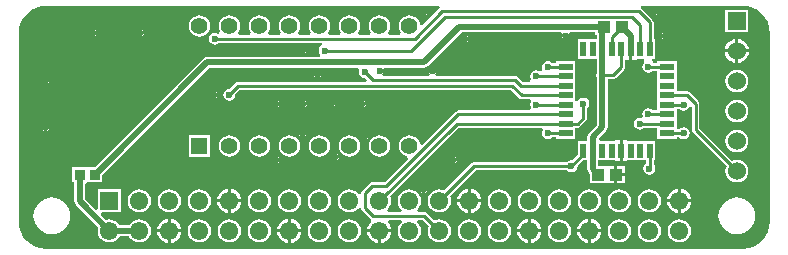
<source format=gtl>
G04 Layer_Physical_Order=1*
G04 Layer_Color=25308*
%FSLAX25Y25*%
%MOIN*%
G70*
G01*
G75*
%ADD10R,0.03347X0.03543*%
%ADD11R,0.04134X0.03937*%
%ADD12R,0.05000X0.02200*%
%ADD13R,0.02200X0.05000*%
%ADD14C,0.01000*%
%ADD15C,0.01969*%
%ADD16C,0.06000*%
%ADD17R,0.06000X0.06000*%
%ADD18R,0.05512X0.05512*%
%ADD19C,0.05512*%
%ADD20C,0.06102*%
%ADD21R,0.06102X0.06102*%
%ADD22C,0.02362*%
G36*
X403340Y260843D02*
X405038Y260328D01*
X406602Y259492D01*
X407973Y258367D01*
X409098Y256996D01*
X409935Y255431D01*
X410450Y253734D01*
X410616Y252044D01*
X410606Y251969D01*
Y188976D01*
X410616Y188901D01*
X410450Y187211D01*
X409935Y185514D01*
X409098Y183949D01*
X407973Y182578D01*
X406602Y181453D01*
X405038Y180616D01*
X403340Y180102D01*
X401650Y179935D01*
X401575Y179945D01*
X169291D01*
X169216Y179935D01*
X167526Y180102D01*
X165829Y180616D01*
X164264Y181453D01*
X162893Y182578D01*
X161768Y183949D01*
X160931Y185514D01*
X160416Y187211D01*
X160250Y188901D01*
X160260Y188976D01*
Y251969D01*
X160250Y252044D01*
X160416Y253734D01*
X160931Y255431D01*
X161768Y256996D01*
X162893Y258367D01*
X164264Y259492D01*
X165829Y260328D01*
X167526Y260843D01*
X169216Y261010D01*
X169291Y261000D01*
X300382D01*
X300621Y260212D01*
X300425Y260082D01*
X294777Y254434D01*
X293946Y254716D01*
X293885Y255177D01*
X293528Y256039D01*
X292960Y256779D01*
X292220Y257347D01*
X291358Y257704D01*
X290433Y257826D01*
X289508Y257704D01*
X288646Y257347D01*
X287906Y256779D01*
X287338Y256039D01*
X286981Y255177D01*
X286859Y254252D01*
X286981Y253327D01*
X287338Y252465D01*
X287621Y252096D01*
X287233Y251309D01*
X283633D01*
X283245Y252096D01*
X283528Y252465D01*
X283885Y253327D01*
X284007Y254252D01*
X283885Y255177D01*
X283528Y256039D01*
X282960Y256779D01*
X282220Y257347D01*
X281358Y257704D01*
X280433Y257826D01*
X279508Y257704D01*
X278646Y257347D01*
X277906Y256779D01*
X277338Y256039D01*
X276981Y255177D01*
X276859Y254252D01*
X276981Y253327D01*
X277338Y252465D01*
X277621Y252096D01*
X277233Y251309D01*
X273633D01*
X273245Y252096D01*
X273528Y252465D01*
X273885Y253327D01*
X274007Y254252D01*
X273885Y255177D01*
X273528Y256039D01*
X272960Y256779D01*
X272220Y257347D01*
X271358Y257704D01*
X270433Y257826D01*
X269508Y257704D01*
X268646Y257347D01*
X267906Y256779D01*
X267338Y256039D01*
X266981Y255177D01*
X266859Y254252D01*
X266981Y253327D01*
X267338Y252465D01*
X267621Y252096D01*
X267233Y251309D01*
X263633D01*
X263245Y252096D01*
X263528Y252465D01*
X263885Y253327D01*
X264007Y254252D01*
X263885Y255177D01*
X263528Y256039D01*
X262960Y256779D01*
X262220Y257347D01*
X261358Y257704D01*
X260433Y257826D01*
X259508Y257704D01*
X258646Y257347D01*
X257906Y256779D01*
X257338Y256039D01*
X256981Y255177D01*
X256859Y254252D01*
X256981Y253327D01*
X257338Y252465D01*
X257621Y252096D01*
X257233Y251309D01*
X253633D01*
X253245Y252096D01*
X253528Y252465D01*
X253885Y253327D01*
X254007Y254252D01*
X253885Y255177D01*
X253528Y256039D01*
X252960Y256779D01*
X252220Y257347D01*
X251358Y257704D01*
X250433Y257826D01*
X249508Y257704D01*
X248646Y257347D01*
X247906Y256779D01*
X247338Y256039D01*
X246981Y255177D01*
X246859Y254252D01*
X246981Y253327D01*
X247338Y252465D01*
X247621Y252096D01*
X247233Y251309D01*
X243633D01*
X243245Y252096D01*
X243528Y252465D01*
X243885Y253327D01*
X244007Y254252D01*
X243885Y255177D01*
X243528Y256039D01*
X242960Y256779D01*
X242220Y257347D01*
X241358Y257704D01*
X240433Y257826D01*
X239508Y257704D01*
X238646Y257347D01*
X237906Y256779D01*
X237338Y256039D01*
X236981Y255177D01*
X236859Y254252D01*
X236981Y253327D01*
X237338Y252465D01*
X237621Y252096D01*
X237233Y251309D01*
X233633D01*
X233245Y252096D01*
X233528Y252465D01*
X233885Y253327D01*
X234007Y254252D01*
X233885Y255177D01*
X233528Y256039D01*
X232960Y256779D01*
X232220Y257347D01*
X231358Y257704D01*
X230433Y257826D01*
X229508Y257704D01*
X228646Y257347D01*
X227906Y256779D01*
X227338Y256039D01*
X226981Y255177D01*
X226859Y254252D01*
X226981Y253327D01*
X227251Y252676D01*
X227041Y252039D01*
X226865Y251787D01*
X226558Y251721D01*
X226359Y251854D01*
X225590Y252007D01*
X224822Y251854D01*
X224171Y251419D01*
X223736Y250768D01*
X223584Y250000D01*
X223736Y249232D01*
X224171Y248581D01*
X224822Y248146D01*
X225590Y247993D01*
X226359Y248146D01*
X227010Y248581D01*
X227078Y248683D01*
X261206D01*
X261416Y247955D01*
X261405Y247896D01*
X260786Y247482D01*
X260350Y246831D01*
X260198Y246063D01*
X260350Y245295D01*
X260735Y244720D01*
X260647Y244365D01*
X260433Y243932D01*
X223031D01*
X222340Y243795D01*
X221754Y243403D01*
X185634Y207283D01*
X183760D01*
X183169Y207283D01*
X183071D01*
X182972D01*
X182382Y207283D01*
X178051D01*
Y202165D01*
X178705D01*
Y195866D01*
X178843Y195175D01*
X179235Y194589D01*
X186747Y187076D01*
X186693Y186947D01*
X186561Y185945D01*
X186693Y184943D01*
X187080Y184009D01*
X187695Y183207D01*
X188497Y182592D01*
X189431Y182205D01*
X190433Y182073D01*
X191435Y182205D01*
X192369Y182592D01*
X193171Y183207D01*
X193786Y184009D01*
X193840Y184139D01*
X197026D01*
X197080Y184009D01*
X197695Y183207D01*
X198497Y182592D01*
X199431Y182205D01*
X200433Y182073D01*
X201435Y182205D01*
X202369Y182592D01*
X203171Y183207D01*
X203786Y184009D01*
X204173Y184943D01*
X204305Y185945D01*
X204173Y186947D01*
X203786Y187881D01*
X203171Y188683D01*
X202369Y189298D01*
X201435Y189685D01*
X200433Y189817D01*
X199431Y189685D01*
X198497Y189298D01*
X197695Y188683D01*
X197080Y187881D01*
X197026Y187751D01*
X193840D01*
X193786Y187881D01*
X193171Y188683D01*
X192369Y189298D01*
X191435Y189685D01*
X190433Y189817D01*
X189431Y189685D01*
X189302Y189631D01*
X187554Y191379D01*
X187855Y192106D01*
X194272D01*
Y199784D01*
X186594D01*
Y193367D01*
X185867Y193066D01*
X182318Y196614D01*
Y201404D01*
X182959Y202150D01*
X183106Y202165D01*
X183169D01*
X183760Y202165D01*
X188091D01*
Y204630D01*
X223780Y240320D01*
X273239D01*
X273583Y239854D01*
X273714Y239532D01*
X273584Y238878D01*
X273736Y238110D01*
X274171Y237459D01*
X274822Y237024D01*
X275590Y236871D01*
X275716Y236896D01*
X276320Y236292D01*
X276019Y235565D01*
X233386D01*
X232884Y235465D01*
X232458Y235180D01*
X230559Y233281D01*
X230433Y233306D01*
X229665Y233154D01*
X229014Y232718D01*
X228579Y232067D01*
X228426Y231299D01*
X228579Y230531D01*
X229014Y229880D01*
X229665Y229445D01*
X230433Y229292D01*
X231201Y229445D01*
X231852Y229880D01*
X232287Y230531D01*
X232440Y231299D01*
X232415Y231425D01*
X233929Y232939D01*
X324259D01*
X326948Y230251D01*
X327374Y229966D01*
X327876Y229866D01*
X330611D01*
X331028Y229079D01*
X330823Y228772D01*
X330670Y228004D01*
X330823Y227236D01*
X331045Y226904D01*
X330649Y226117D01*
X306764D01*
X306262Y226017D01*
X305836Y225732D01*
X294749Y214645D01*
X293918Y214928D01*
X293885Y215177D01*
X293528Y216039D01*
X292960Y216779D01*
X292220Y217347D01*
X291358Y217704D01*
X290433Y217826D01*
X289508Y217704D01*
X288646Y217347D01*
X287906Y216779D01*
X287338Y216039D01*
X286981Y215177D01*
X286859Y214252D01*
X286981Y213327D01*
X287338Y212465D01*
X287906Y211725D01*
X288646Y211157D01*
X289508Y210800D01*
X289758Y210767D01*
X290040Y209936D01*
X282204Y202100D01*
X277953D01*
X277450Y202000D01*
X277025Y201716D01*
X274662Y199353D01*
X274378Y198927D01*
X274295Y198511D01*
X274055Y198380D01*
X273491Y198266D01*
X273171Y198683D01*
X272369Y199298D01*
X271435Y199685D01*
X270433Y199817D01*
X269431Y199685D01*
X268497Y199298D01*
X267695Y198683D01*
X267080Y197881D01*
X266693Y196947D01*
X266561Y195945D01*
X266693Y194943D01*
X267080Y194009D01*
X267695Y193207D01*
X268497Y192592D01*
X269431Y192205D01*
X270433Y192073D01*
X271435Y192205D01*
X272369Y192592D01*
X273171Y193207D01*
X273511Y193651D01*
X273598Y193657D01*
X274332Y193427D01*
X274378Y193199D01*
X274662Y192773D01*
X277418Y190017D01*
X277618Y189883D01*
X277741Y189161D01*
X277704Y188957D01*
X277544Y188834D01*
X276894Y187988D01*
X276486Y187002D01*
X276413Y186445D01*
X284453D01*
X284380Y187002D01*
X283972Y187988D01*
X283322Y188834D01*
X283309Y188845D01*
X283576Y189632D01*
X287640D01*
X287907Y188845D01*
X287695Y188683D01*
X287080Y187881D01*
X286693Y186947D01*
X286561Y185945D01*
X286693Y184943D01*
X287080Y184009D01*
X287695Y183207D01*
X288497Y182592D01*
X289431Y182205D01*
X290433Y182073D01*
X291435Y182205D01*
X292369Y182592D01*
X293171Y183207D01*
X293786Y184009D01*
X294173Y184943D01*
X294305Y185945D01*
X294173Y186947D01*
X293786Y187881D01*
X293171Y188683D01*
X292959Y188845D01*
X293227Y189632D01*
X294889D01*
X296952Y187570D01*
X296693Y186947D01*
X296561Y185945D01*
X296693Y184943D01*
X297080Y184009D01*
X297695Y183207D01*
X298497Y182592D01*
X299431Y182205D01*
X300433Y182073D01*
X301435Y182205D01*
X302369Y182592D01*
X303171Y183207D01*
X303786Y184009D01*
X304173Y184943D01*
X304305Y185945D01*
X304173Y186947D01*
X303786Y187881D01*
X303171Y188683D01*
X302369Y189298D01*
X301435Y189685D01*
X300433Y189817D01*
X299431Y189685D01*
X298808Y189427D01*
X296361Y191873D01*
X295935Y192158D01*
X295433Y192257D01*
X293227D01*
X292959Y193045D01*
X293171Y193207D01*
X293786Y194009D01*
X294173Y194943D01*
X294305Y195945D01*
X294173Y196947D01*
X293786Y197881D01*
X293171Y198683D01*
X292369Y199298D01*
X291435Y199685D01*
X290433Y199817D01*
X289431Y199685D01*
X288497Y199298D01*
X287695Y198683D01*
X287080Y197881D01*
X286693Y196947D01*
X286561Y195945D01*
X286693Y194943D01*
X287080Y194009D01*
X287695Y193207D01*
X287907Y193045D01*
X287640Y192257D01*
X283227D01*
X282959Y193045D01*
X283171Y193207D01*
X283786Y194009D01*
X284173Y194943D01*
X284305Y195945D01*
X284173Y196947D01*
X283915Y197570D01*
X306736Y220391D01*
X334586D01*
X334982Y219604D01*
X334760Y219272D01*
X334607Y218504D01*
X334760Y217736D01*
X335195Y217085D01*
X335846Y216650D01*
X336614Y216497D01*
X337382Y216650D01*
X338033Y217085D01*
X338105Y217191D01*
X339232D01*
Y216617D01*
X345807D01*
Y219816D01*
Y220391D01*
X346507D01*
X347009Y220491D01*
X347435Y220776D01*
X349353Y222694D01*
X349638Y223120D01*
X349738Y223622D01*
Y226856D01*
X349844Y226927D01*
X350279Y227578D01*
X350432Y228346D01*
X350279Y229115D01*
X349844Y229766D01*
X349193Y230201D01*
X348425Y230353D01*
X347657Y230201D01*
X347006Y229766D01*
X346595Y229150D01*
X346536Y229139D01*
X346518Y229142D01*
X345807Y229397D01*
Y232441D01*
Y235591D01*
Y238740D01*
Y242515D01*
X339232D01*
Y241940D01*
X338105D01*
X338033Y242047D01*
X337382Y242482D01*
X336614Y242635D01*
X335846Y242482D01*
X335195Y242047D01*
X334760Y241396D01*
X334607Y240628D01*
X334746Y239929D01*
X334671Y239725D01*
X334288Y239149D01*
X333824Y239079D01*
X333445Y239332D01*
X332677Y239485D01*
X331909Y239332D01*
X331258Y238897D01*
X330823Y238246D01*
X330670Y237478D01*
X330823Y236710D01*
X331011Y236428D01*
X330590Y235641D01*
X328099D01*
X326560Y237180D01*
X326134Y237465D01*
X325632Y237565D01*
X299364D01*
X299135Y238174D01*
X299100Y238352D01*
X299315Y238673D01*
X297142D01*
X297357Y238352D01*
X297321Y238174D01*
X297093Y237565D01*
X281647D01*
X281419Y238174D01*
X281384Y238352D01*
X281598Y238673D01*
X280512D01*
Y239673D01*
X281692D01*
X281726Y239776D01*
X282113Y240320D01*
X295276D01*
X295967Y240457D01*
X296553Y240849D01*
X307835Y252131D01*
X340918D01*
X341305Y251588D01*
X341340Y251484D01*
X343699D01*
X343734Y251588D01*
X344121Y252131D01*
X352461D01*
Y251181D01*
X352889D01*
Y249791D01*
X346509D01*
Y243216D01*
X352889D01*
Y238635D01*
X352841Y238563D01*
X352688Y237795D01*
X352841Y237027D01*
X352889Y236955D01*
Y221221D01*
X350268Y218600D01*
X349877Y218014D01*
X349739Y217323D01*
Y215991D01*
X346509D01*
Y211357D01*
X344614Y209462D01*
X344488Y209487D01*
X343720Y209335D01*
X343069Y208899D01*
X342998Y208793D01*
X311968D01*
X311466Y208693D01*
X311040Y208408D01*
X302058Y199426D01*
X301435Y199685D01*
X300433Y199817D01*
X299431Y199685D01*
X298497Y199298D01*
X297695Y198683D01*
X297080Y197881D01*
X296693Y196947D01*
X296561Y195945D01*
X296693Y194943D01*
X297080Y194009D01*
X297695Y193207D01*
X298497Y192592D01*
X299431Y192205D01*
X300433Y192073D01*
X301435Y192205D01*
X302369Y192592D01*
X303171Y193207D01*
X303786Y194009D01*
X304173Y194943D01*
X304305Y195945D01*
X304173Y196947D01*
X303915Y197570D01*
X312512Y206168D01*
X342998D01*
X343069Y206061D01*
X343720Y205626D01*
X344488Y205473D01*
X345256Y205626D01*
X345907Y206061D01*
X346342Y206712D01*
X346495Y207480D01*
X346470Y207606D01*
X348281Y209417D01*
X349739D01*
Y206525D01*
X349877Y205834D01*
X350268Y205248D01*
X350492Y205024D01*
Y201969D01*
X356185D01*
Y201756D01*
X358752D01*
Y204724D01*
Y207693D01*
X356185D01*
Y207480D01*
X353352D01*
Y209417D01*
X358920D01*
Y209204D01*
X360520D01*
Y212704D01*
Y216204D01*
X358920D01*
Y215991D01*
X353845D01*
X353556Y216779D01*
X355973Y219195D01*
X356364Y219781D01*
X356502Y220472D01*
Y236483D01*
X358228D01*
X358730Y236583D01*
X359156Y236867D01*
X361948Y239659D01*
X362232Y240085D01*
X362332Y240587D01*
Y243004D01*
X363720D01*
Y246504D01*
X364720D01*
Y243004D01*
X366320D01*
Y243216D01*
X368686D01*
X368788Y243080D01*
X368659Y242047D01*
X368224Y241396D01*
X368072Y240628D01*
X368224Y239860D01*
X368659Y239208D01*
X369311Y238773D01*
X370079Y238620D01*
X370847Y238773D01*
X371498Y239208D01*
X371569Y239315D01*
X373032D01*
Y238740D01*
Y235591D01*
Y232441D01*
Y229291D01*
Y226691D01*
Y226117D01*
X371569D01*
X371498Y226222D01*
X370847Y226657D01*
X370079Y226810D01*
X369311Y226657D01*
X368659Y226222D01*
X368224Y225571D01*
X368072Y224803D01*
X368162Y224347D01*
X367655Y223719D01*
X367556Y223664D01*
X367323Y223711D01*
X366555Y223558D01*
X365904Y223123D01*
X365469Y222472D01*
X365316Y221704D01*
X365469Y220936D01*
X365904Y220285D01*
X366555Y219850D01*
X367323Y219697D01*
X368091Y219850D01*
X368742Y220285D01*
X368813Y220391D01*
X373032D01*
Y219816D01*
Y216617D01*
X379607D01*
Y217191D01*
X380399D01*
X380471Y217085D01*
X381122Y216650D01*
X381890Y216497D01*
X382658Y216650D01*
X383309Y217085D01*
X383744Y217736D01*
X383897Y218504D01*
X383744Y219272D01*
X383309Y219923D01*
X382658Y220358D01*
X381890Y220511D01*
X381122Y220358D01*
X380471Y219923D01*
X380399Y219817D01*
X379607D01*
Y220391D01*
Y222917D01*
Y226116D01*
Y226691D01*
X380399D01*
X380471Y226585D01*
X381122Y226150D01*
X381890Y225997D01*
X382658Y226150D01*
X383309Y226585D01*
X383727Y227210D01*
X383797Y227225D01*
X384514Y227079D01*
Y219685D01*
X384614Y219183D01*
X384899Y218757D01*
X396164Y207492D01*
X395916Y206894D01*
X395786Y205906D01*
X395916Y204917D01*
X396298Y203995D01*
X396905Y203204D01*
X397696Y202597D01*
X398618Y202216D01*
X399606Y202085D01*
X400595Y202216D01*
X401516Y202597D01*
X402308Y203204D01*
X402915Y203995D01*
X403296Y204917D01*
X403426Y205906D01*
X403296Y206894D01*
X402915Y207816D01*
X402308Y208607D01*
X401516Y209214D01*
X400595Y209595D01*
X399606Y209726D01*
X398618Y209595D01*
X398020Y209348D01*
X387139Y220229D01*
Y228346D01*
X387039Y228849D01*
X386755Y229275D01*
X383923Y232107D01*
X383497Y232391D01*
X382995Y232491D01*
X379607D01*
Y233066D01*
Y235591D01*
Y238740D01*
Y242515D01*
X373032D01*
Y241940D01*
X371569D01*
X371498Y242047D01*
X371369Y243080D01*
X371472Y243216D01*
X372407D01*
Y249791D01*
X371832D01*
Y255465D01*
X371732Y255967D01*
X371448Y256393D01*
X367759Y260082D01*
X367563Y260212D01*
X367802Y261000D01*
X401575D01*
X401650Y261010D01*
X403340Y260843D01*
D02*
G37*
%LPC*%
G36*
X362319Y204224D02*
X359752D01*
Y201756D01*
X362319D01*
Y204224D01*
D02*
G37*
G36*
X168791D02*
X168205D01*
X168440Y203873D01*
X168791Y203638D01*
Y204224D01*
D02*
G37*
G36*
X296362Y199303D02*
X295776D01*
Y198717D01*
X296127Y198952D01*
X296362Y199303D01*
D02*
G37*
G36*
X294776Y200890D02*
X294424Y200655D01*
X294189Y200303D01*
X294776D01*
Y200890D01*
D02*
G37*
G36*
X295776D02*
Y200303D01*
X296362D01*
X296127Y200655D01*
X295776Y200890D01*
D02*
G37*
G36*
X363120Y216204D02*
X361520D01*
Y212704D01*
Y209204D01*
X363120D01*
Y209417D01*
X369207D01*
Y208215D01*
X369053Y208112D01*
X368618Y207461D01*
X368465Y206693D01*
X368618Y205925D01*
X369053Y205274D01*
X369704Y204839D01*
X370472Y204686D01*
X371240Y204839D01*
X371892Y205274D01*
X372327Y205925D01*
X372480Y206693D01*
X372327Y207461D01*
X371892Y208112D01*
X371832Y208152D01*
Y209417D01*
X372407D01*
Y215991D01*
X363120D01*
Y216204D01*
D02*
G37*
G36*
X168791Y205811D02*
X168440Y205576D01*
X168205Y205224D01*
X168791D01*
Y205811D01*
D02*
G37*
G36*
X169791D02*
Y205224D01*
X170378D01*
X170143Y205576D01*
X169791Y205811D01*
D02*
G37*
G36*
X170378Y204224D02*
X169791D01*
Y203638D01*
X170143Y203873D01*
X170378Y204224D01*
D02*
G37*
G36*
X192413D02*
X191827D01*
X192062Y203873D01*
X192413Y203638D01*
Y204224D01*
D02*
G37*
G36*
X194000D02*
X193413D01*
Y203638D01*
X193765Y203873D01*
X194000Y204224D01*
D02*
G37*
G36*
X370433Y199817D02*
X369431Y199685D01*
X368497Y199298D01*
X367695Y198683D01*
X367080Y197881D01*
X366693Y196947D01*
X366561Y195945D01*
X366693Y194943D01*
X367080Y194009D01*
X367695Y193207D01*
X368497Y192592D01*
X369431Y192205D01*
X370433Y192073D01*
X371435Y192205D01*
X372369Y192592D01*
X373171Y193207D01*
X373786Y194009D01*
X374173Y194943D01*
X374305Y195945D01*
X374173Y196947D01*
X373786Y197881D01*
X373171Y198683D01*
X372369Y199298D01*
X371435Y199685D01*
X370433Y199817D01*
D02*
G37*
G36*
X229933Y199965D02*
X229376Y199892D01*
X228390Y199484D01*
X227544Y198834D01*
X226894Y197988D01*
X226486Y197002D01*
X226413Y196445D01*
X229933D01*
Y199965D01*
D02*
G37*
G36*
X360433Y199817D02*
X359431Y199685D01*
X358497Y199298D01*
X357695Y198683D01*
X357080Y197881D01*
X356693Y196947D01*
X356561Y195945D01*
X356693Y194943D01*
X357080Y194009D01*
X357695Y193207D01*
X358497Y192592D01*
X359431Y192205D01*
X360433Y192073D01*
X361435Y192205D01*
X362369Y192592D01*
X363171Y193207D01*
X363786Y194009D01*
X364173Y194943D01*
X364305Y195945D01*
X364173Y196947D01*
X363786Y197881D01*
X363171Y198683D01*
X362369Y199298D01*
X361435Y199685D01*
X360433Y199817D01*
D02*
G37*
G36*
X340433D02*
X339431Y199685D01*
X338497Y199298D01*
X337695Y198683D01*
X337080Y197881D01*
X336693Y196947D01*
X336561Y195945D01*
X336693Y194943D01*
X337080Y194009D01*
X337695Y193207D01*
X338497Y192592D01*
X339431Y192205D01*
X340433Y192073D01*
X341435Y192205D01*
X342369Y192592D01*
X343171Y193207D01*
X343786Y194009D01*
X344173Y194943D01*
X344305Y195945D01*
X344173Y196947D01*
X343786Y197881D01*
X343171Y198683D01*
X342369Y199298D01*
X341435Y199685D01*
X340433Y199817D01*
D02*
G37*
G36*
X350433D02*
X349431Y199685D01*
X348497Y199298D01*
X347695Y198683D01*
X347080Y197881D01*
X346693Y196947D01*
X346561Y195945D01*
X346693Y194943D01*
X347080Y194009D01*
X347695Y193207D01*
X348497Y192592D01*
X349431Y192205D01*
X350433Y192073D01*
X351435Y192205D01*
X352369Y192592D01*
X353171Y193207D01*
X353786Y194009D01*
X354173Y194943D01*
X354305Y195945D01*
X354173Y196947D01*
X353786Y197881D01*
X353171Y198683D01*
X352369Y199298D01*
X351435Y199685D01*
X350433Y199817D01*
D02*
G37*
G36*
X230933Y199965D02*
Y196445D01*
X234453D01*
X234380Y197002D01*
X233972Y197988D01*
X233322Y198834D01*
X232476Y199484D01*
X231491Y199892D01*
X230933Y199965D01*
D02*
G37*
G36*
X380933D02*
Y196445D01*
X384453D01*
X384380Y197002D01*
X383972Y197988D01*
X383322Y198834D01*
X382476Y199484D01*
X381491Y199892D01*
X380933Y199965D01*
D02*
G37*
G36*
X294776Y199303D02*
X294189D01*
X294424Y198952D01*
X294776Y198717D01*
Y199303D01*
D02*
G37*
G36*
X379933Y199965D02*
X379376Y199892D01*
X378390Y199484D01*
X377544Y198834D01*
X376894Y197988D01*
X376486Y197002D01*
X376413Y196445D01*
X379933D01*
Y199965D01*
D02*
G37*
G36*
X309933D02*
X309376Y199892D01*
X308390Y199484D01*
X307544Y198834D01*
X306894Y197988D01*
X306486Y197002D01*
X306413Y196445D01*
X309933D01*
Y199965D01*
D02*
G37*
G36*
X310933D02*
Y196445D01*
X314453D01*
X314380Y197002D01*
X313972Y197988D01*
X313322Y198834D01*
X312476Y199484D01*
X311491Y199892D01*
X310933Y199965D01*
D02*
G37*
G36*
X240433Y217826D02*
X239508Y217704D01*
X238646Y217347D01*
X237906Y216779D01*
X237338Y216039D01*
X236981Y215177D01*
X236859Y214252D01*
X236981Y213327D01*
X237338Y212465D01*
X237906Y211725D01*
X238646Y211157D01*
X239508Y210800D01*
X240433Y210678D01*
X241358Y210800D01*
X242220Y211157D01*
X242960Y211725D01*
X243528Y212465D01*
X243885Y213327D01*
X244007Y214252D01*
X243885Y215177D01*
X243528Y216039D01*
X242960Y216779D01*
X242220Y217347D01*
X241358Y217704D01*
X240433Y217826D01*
D02*
G37*
G36*
X250433D02*
X249508Y217704D01*
X248646Y217347D01*
X247906Y216779D01*
X247338Y216039D01*
X246981Y215177D01*
X246859Y214252D01*
X246981Y213327D01*
X247338Y212465D01*
X247906Y211725D01*
X248646Y211157D01*
X249508Y210800D01*
X250433Y210678D01*
X251358Y210800D01*
X252220Y211157D01*
X252960Y211725D01*
X253528Y212465D01*
X253885Y213327D01*
X254007Y214252D01*
X253885Y215177D01*
X253528Y216039D01*
X252960Y216779D01*
X252220Y217347D01*
X251358Y217704D01*
X250433Y217826D01*
D02*
G37*
G36*
X230433D02*
X229508Y217704D01*
X228646Y217347D01*
X227906Y216779D01*
X227338Y216039D01*
X226981Y215177D01*
X226859Y214252D01*
X226981Y213327D01*
X227338Y212465D01*
X227906Y211725D01*
X228646Y211157D01*
X229508Y210800D01*
X230433Y210678D01*
X231358Y210800D01*
X232220Y211157D01*
X232960Y211725D01*
X233528Y212465D01*
X233885Y213327D01*
X234007Y214252D01*
X233885Y215177D01*
X233528Y216039D01*
X232960Y216779D01*
X232220Y217347D01*
X231358Y217704D01*
X230433Y217826D01*
D02*
G37*
G36*
X304618Y210732D02*
X304267Y210497D01*
X304032Y210146D01*
X304618D01*
Y210732D01*
D02*
G37*
G36*
X305618D02*
Y210146D01*
X306205D01*
X305970Y210497D01*
X305618Y210732D01*
D02*
G37*
G36*
X260433Y217826D02*
X259508Y217704D01*
X258646Y217347D01*
X257906Y216779D01*
X257338Y216039D01*
X256981Y215177D01*
X256859Y214252D01*
X256981Y213327D01*
X257338Y212465D01*
X257906Y211725D01*
X258646Y211157D01*
X259508Y210800D01*
X260433Y210678D01*
X261358Y210800D01*
X262220Y211157D01*
X262960Y211725D01*
X263528Y212465D01*
X263885Y213327D01*
X264007Y214252D01*
X263885Y215177D01*
X263528Y216039D01*
X262960Y216779D01*
X262220Y217347D01*
X261358Y217704D01*
X260433Y217826D01*
D02*
G37*
G36*
X265248Y211716D02*
X264896Y211481D01*
X264662Y211130D01*
X265248D01*
Y211716D01*
D02*
G37*
G36*
X266248D02*
Y211130D01*
X266834D01*
X266600Y211481D01*
X266248Y211716D01*
D02*
G37*
G36*
X223976Y217795D02*
X216890D01*
Y210709D01*
X223976D01*
Y217795D01*
D02*
G37*
G36*
X270433Y217826D02*
X269508Y217704D01*
X268646Y217347D01*
X267906Y216779D01*
X267338Y216039D01*
X266981Y215177D01*
X266859Y214252D01*
X266981Y213327D01*
X267338Y212465D01*
X267906Y211725D01*
X268646Y211157D01*
X269508Y210800D01*
X270433Y210678D01*
X271358Y210800D01*
X272220Y211157D01*
X272960Y211725D01*
X273528Y212465D01*
X273885Y213327D01*
X274007Y214252D01*
X273885Y215177D01*
X273528Y216039D01*
X272960Y216779D01*
X272220Y217347D01*
X271358Y217704D01*
X270433Y217826D01*
D02*
G37*
G36*
X280433D02*
X279508Y217704D01*
X278646Y217347D01*
X277906Y216779D01*
X277338Y216039D01*
X276981Y215177D01*
X276859Y214252D01*
X276981Y213327D01*
X277338Y212465D01*
X277906Y211725D01*
X278646Y211157D01*
X279508Y210800D01*
X280433Y210678D01*
X281358Y210800D01*
X282220Y211157D01*
X282960Y211725D01*
X283528Y212465D01*
X283885Y213327D01*
X284007Y214252D01*
X283885Y215177D01*
X283528Y216039D01*
X282960Y216779D01*
X282220Y217347D01*
X281358Y217704D01*
X280433Y217826D01*
D02*
G37*
G36*
X245563Y209146D02*
X244977D01*
X245212Y208794D01*
X245563Y208559D01*
Y209146D01*
D02*
G37*
G36*
X247149D02*
X246563D01*
Y208559D01*
X246915Y208794D01*
X247149Y209146D01*
D02*
G37*
G36*
X362319Y207693D02*
X359752D01*
Y205224D01*
X362319D01*
Y207693D01*
D02*
G37*
G36*
X192413Y205811D02*
X192062Y205576D01*
X191827Y205224D01*
X192413D01*
Y205811D01*
D02*
G37*
G36*
X193413D02*
Y205224D01*
X194000D01*
X193765Y205576D01*
X193413Y205811D01*
D02*
G37*
G36*
X304618Y209146D02*
X304032D01*
X304267Y208794D01*
X304618Y208559D01*
Y209146D01*
D02*
G37*
G36*
X245563Y210732D02*
X245212Y210497D01*
X244977Y210146D01*
X245563D01*
Y210732D01*
D02*
G37*
G36*
X246563D02*
Y210146D01*
X247149D01*
X246915Y210497D01*
X246563Y210732D01*
D02*
G37*
G36*
X266834Y210130D02*
X266248D01*
Y209543D01*
X266600Y209778D01*
X266834Y210130D01*
D02*
G37*
G36*
X306205Y209146D02*
X305618D01*
Y208559D01*
X305970Y208794D01*
X306205Y209146D01*
D02*
G37*
G36*
X265248Y210130D02*
X264662D01*
X264896Y209778D01*
X265248Y209543D01*
Y210130D01*
D02*
G37*
G36*
X330433Y199817D02*
X329431Y199685D01*
X328497Y199298D01*
X327695Y198683D01*
X327080Y197881D01*
X326693Y196947D01*
X326561Y195945D01*
X326693Y194943D01*
X327080Y194009D01*
X327695Y193207D01*
X328497Y192592D01*
X329431Y192205D01*
X330433Y192073D01*
X331435Y192205D01*
X332369Y192592D01*
X333171Y193207D01*
X333786Y194009D01*
X334173Y194943D01*
X334305Y195945D01*
X334173Y196947D01*
X333786Y197881D01*
X333171Y198683D01*
X332369Y199298D01*
X331435Y199685D01*
X330433Y199817D01*
D02*
G37*
G36*
X270433Y189817D02*
X269431Y189685D01*
X268497Y189298D01*
X267695Y188683D01*
X267080Y187881D01*
X266693Y186947D01*
X266561Y185945D01*
X266693Y184943D01*
X267080Y184009D01*
X267695Y183207D01*
X268497Y182592D01*
X269431Y182205D01*
X270433Y182073D01*
X271435Y182205D01*
X272369Y182592D01*
X273171Y183207D01*
X273786Y184009D01*
X274173Y184943D01*
X274305Y185945D01*
X274173Y186947D01*
X273786Y187881D01*
X273171Y188683D01*
X272369Y189298D01*
X271435Y189685D01*
X270433Y189817D01*
D02*
G37*
G36*
X310433D02*
X309431Y189685D01*
X308497Y189298D01*
X307695Y188683D01*
X307080Y187881D01*
X306693Y186947D01*
X306561Y185945D01*
X306693Y184943D01*
X307080Y184009D01*
X307695Y183207D01*
X308497Y182592D01*
X309431Y182205D01*
X310433Y182073D01*
X311435Y182205D01*
X312369Y182592D01*
X313171Y183207D01*
X313786Y184009D01*
X314173Y184943D01*
X314305Y185945D01*
X314173Y186947D01*
X313786Y187881D01*
X313171Y188683D01*
X312369Y189298D01*
X311435Y189685D01*
X310433Y189817D01*
D02*
G37*
G36*
X260433D02*
X259431Y189685D01*
X258497Y189298D01*
X257695Y188683D01*
X257080Y187881D01*
X256693Y186947D01*
X256561Y185945D01*
X256693Y184943D01*
X257080Y184009D01*
X257695Y183207D01*
X258497Y182592D01*
X259431Y182205D01*
X260433Y182073D01*
X261435Y182205D01*
X262369Y182592D01*
X263171Y183207D01*
X263786Y184009D01*
X264173Y184943D01*
X264305Y185945D01*
X264173Y186947D01*
X263786Y187881D01*
X263171Y188683D01*
X262369Y189298D01*
X261435Y189685D01*
X260433Y189817D01*
D02*
G37*
G36*
X230433D02*
X229431Y189685D01*
X228497Y189298D01*
X227695Y188683D01*
X227080Y187881D01*
X226693Y186947D01*
X226561Y185945D01*
X226693Y184943D01*
X227080Y184009D01*
X227695Y183207D01*
X228497Y182592D01*
X229431Y182205D01*
X230433Y182073D01*
X231435Y182205D01*
X232369Y182592D01*
X233171Y183207D01*
X233786Y184009D01*
X234173Y184943D01*
X234305Y185945D01*
X234173Y186947D01*
X233786Y187881D01*
X233171Y188683D01*
X232369Y189298D01*
X231435Y189685D01*
X230433Y189817D01*
D02*
G37*
G36*
X240433D02*
X239431Y189685D01*
X238497Y189298D01*
X237695Y188683D01*
X237080Y187881D01*
X236693Y186947D01*
X236561Y185945D01*
X236693Y184943D01*
X237080Y184009D01*
X237695Y183207D01*
X238497Y182592D01*
X239431Y182205D01*
X240433Y182073D01*
X241435Y182205D01*
X242369Y182592D01*
X243171Y183207D01*
X243786Y184009D01*
X244173Y184943D01*
X244305Y185945D01*
X244173Y186947D01*
X243786Y187881D01*
X243171Y188683D01*
X242369Y189298D01*
X241435Y189685D01*
X240433Y189817D01*
D02*
G37*
G36*
X320433D02*
X319431Y189685D01*
X318497Y189298D01*
X317695Y188683D01*
X317080Y187881D01*
X316693Y186947D01*
X316561Y185945D01*
X316693Y184943D01*
X317080Y184009D01*
X317695Y183207D01*
X318497Y182592D01*
X319431Y182205D01*
X320433Y182073D01*
X321435Y182205D01*
X322369Y182592D01*
X323171Y183207D01*
X323786Y184009D01*
X324173Y184943D01*
X324305Y185945D01*
X324173Y186947D01*
X323786Y187881D01*
X323171Y188683D01*
X322369Y189298D01*
X321435Y189685D01*
X320433Y189817D01*
D02*
G37*
G36*
X380433D02*
X379431Y189685D01*
X378497Y189298D01*
X377695Y188683D01*
X377080Y187881D01*
X376693Y186947D01*
X376561Y185945D01*
X376693Y184943D01*
X377080Y184009D01*
X377695Y183207D01*
X378497Y182592D01*
X379431Y182205D01*
X380433Y182073D01*
X381435Y182205D01*
X382369Y182592D01*
X383171Y183207D01*
X383786Y184009D01*
X384173Y184943D01*
X384305Y185945D01*
X384173Y186947D01*
X383786Y187881D01*
X383171Y188683D01*
X382369Y189298D01*
X381435Y189685D01*
X380433Y189817D01*
D02*
G37*
G36*
X171260Y197077D02*
X170064Y196959D01*
X168913Y196610D01*
X167853Y196043D01*
X166924Y195281D01*
X166161Y194352D01*
X165595Y193291D01*
X165246Y192141D01*
X165128Y190945D01*
X165246Y189749D01*
X165595Y188598D01*
X166161Y187538D01*
X166924Y186609D01*
X167853Y185846D01*
X168913Y185280D01*
X170064Y184931D01*
X171260Y184813D01*
X172456Y184931D01*
X173606Y185280D01*
X174667Y185846D01*
X175596Y186609D01*
X176358Y187538D01*
X176925Y188598D01*
X177274Y189749D01*
X177392Y190945D01*
X177274Y192141D01*
X176925Y193291D01*
X176358Y194352D01*
X175596Y195281D01*
X174667Y196043D01*
X173606Y196610D01*
X172456Y196959D01*
X171260Y197077D01*
D02*
G37*
G36*
X370433Y189817D02*
X369431Y189685D01*
X368497Y189298D01*
X367695Y188683D01*
X367080Y187881D01*
X366693Y186947D01*
X366561Y185945D01*
X366693Y184943D01*
X367080Y184009D01*
X367695Y183207D01*
X368497Y182592D01*
X369431Y182205D01*
X370433Y182073D01*
X371435Y182205D01*
X372369Y182592D01*
X373171Y183207D01*
X373786Y184009D01*
X374173Y184943D01*
X374305Y185945D01*
X374173Y186947D01*
X373786Y187881D01*
X373171Y188683D01*
X372369Y189298D01*
X371435Y189685D01*
X370433Y189817D01*
D02*
G37*
G36*
X340433D02*
X339431Y189685D01*
X338497Y189298D01*
X337695Y188683D01*
X337080Y187881D01*
X336693Y186947D01*
X336561Y185945D01*
X336693Y184943D01*
X337080Y184009D01*
X337695Y183207D01*
X338497Y182592D01*
X339431Y182205D01*
X340433Y182073D01*
X341435Y182205D01*
X342369Y182592D01*
X343171Y183207D01*
X343786Y184009D01*
X344173Y184943D01*
X344305Y185945D01*
X344173Y186947D01*
X343786Y187881D01*
X343171Y188683D01*
X342369Y189298D01*
X341435Y189685D01*
X340433Y189817D01*
D02*
G37*
G36*
X360433D02*
X359431Y189685D01*
X358497Y189298D01*
X357695Y188683D01*
X357080Y187881D01*
X356693Y186947D01*
X356561Y185945D01*
X356693Y184943D01*
X357080Y184009D01*
X357695Y183207D01*
X358497Y182592D01*
X359431Y182205D01*
X360433Y182073D01*
X361435Y182205D01*
X362369Y182592D01*
X363171Y183207D01*
X363786Y184009D01*
X364173Y184943D01*
X364305Y185945D01*
X364173Y186947D01*
X363786Y187881D01*
X363171Y188683D01*
X362369Y189298D01*
X361435Y189685D01*
X360433Y189817D01*
D02*
G37*
G36*
X254453Y185445D02*
X250933D01*
Y181925D01*
X251491Y181998D01*
X252476Y182406D01*
X253322Y183055D01*
X253972Y183902D01*
X254380Y184887D01*
X254453Y185445D01*
D02*
G37*
G36*
X279933D02*
X276413D01*
X276486Y184887D01*
X276894Y183902D01*
X277544Y183055D01*
X278390Y182406D01*
X279376Y181998D01*
X279933Y181925D01*
Y185445D01*
D02*
G37*
G36*
X249933D02*
X246413D01*
X246486Y184887D01*
X246894Y183902D01*
X247544Y183055D01*
X248390Y182406D01*
X249376Y181998D01*
X249933Y181925D01*
Y185445D01*
D02*
G37*
G36*
X209933D02*
X206413D01*
X206486Y184887D01*
X206894Y183902D01*
X207544Y183055D01*
X208390Y182406D01*
X209376Y181998D01*
X209933Y181925D01*
Y185445D01*
D02*
G37*
G36*
X214453D02*
X210933D01*
Y181925D01*
X211491Y181998D01*
X212476Y182406D01*
X213322Y183055D01*
X213972Y183902D01*
X214380Y184887D01*
X214453Y185445D01*
D02*
G37*
G36*
X284453D02*
X280933D01*
Y181925D01*
X281491Y181998D01*
X282476Y182406D01*
X283322Y183055D01*
X283972Y183902D01*
X284380Y184887D01*
X284453Y185445D01*
D02*
G37*
G36*
X354453D02*
X350933D01*
Y181925D01*
X351491Y181998D01*
X352476Y182406D01*
X353322Y183055D01*
X353972Y183902D01*
X354380Y184887D01*
X354453Y185445D01*
D02*
G37*
G36*
X220433Y189817D02*
X219431Y189685D01*
X218497Y189298D01*
X217695Y188683D01*
X217080Y187881D01*
X216693Y186947D01*
X216561Y185945D01*
X216693Y184943D01*
X217080Y184009D01*
X217695Y183207D01*
X218497Y182592D01*
X219431Y182205D01*
X220433Y182073D01*
X221435Y182205D01*
X222369Y182592D01*
X223171Y183207D01*
X223786Y184009D01*
X224173Y184943D01*
X224305Y185945D01*
X224173Y186947D01*
X223786Y187881D01*
X223171Y188683D01*
X222369Y189298D01*
X221435Y189685D01*
X220433Y189817D01*
D02*
G37*
G36*
X349933Y185445D02*
X346413D01*
X346486Y184887D01*
X346894Y183902D01*
X347544Y183055D01*
X348390Y182406D01*
X349376Y181998D01*
X349933Y181925D01*
Y185445D01*
D02*
G37*
G36*
X329933D02*
X326413D01*
X326486Y184887D01*
X326894Y183902D01*
X327544Y183055D01*
X328390Y182406D01*
X329376Y181998D01*
X329933Y181925D01*
Y185445D01*
D02*
G37*
G36*
X334453D02*
X330933D01*
Y181925D01*
X331491Y181998D01*
X332476Y182406D01*
X333322Y183055D01*
X333972Y183902D01*
X334380Y184887D01*
X334453Y185445D01*
D02*
G37*
G36*
X384453Y195445D02*
X380933D01*
Y191925D01*
X381491Y191998D01*
X382476Y192406D01*
X383322Y193055D01*
X383972Y193902D01*
X384380Y194887D01*
X384453Y195445D01*
D02*
G37*
G36*
X200433Y199817D02*
X199431Y199685D01*
X198497Y199298D01*
X197695Y198683D01*
X197080Y197881D01*
X196693Y196947D01*
X196561Y195945D01*
X196693Y194943D01*
X197080Y194009D01*
X197695Y193207D01*
X198497Y192592D01*
X199431Y192205D01*
X200433Y192073D01*
X201435Y192205D01*
X202369Y192592D01*
X203171Y193207D01*
X203786Y194009D01*
X204173Y194943D01*
X204305Y195945D01*
X204173Y196947D01*
X203786Y197881D01*
X203171Y198683D01*
X202369Y199298D01*
X201435Y199685D01*
X200433Y199817D01*
D02*
G37*
G36*
X379933Y195445D02*
X376413D01*
X376486Y194887D01*
X376894Y193902D01*
X377544Y193055D01*
X378390Y192406D01*
X379376Y191998D01*
X379933Y191925D01*
Y195445D01*
D02*
G37*
G36*
X309933D02*
X306413D01*
X306486Y194887D01*
X306894Y193902D01*
X307544Y193055D01*
X308390Y192406D01*
X309376Y191998D01*
X309933Y191925D01*
Y195445D01*
D02*
G37*
G36*
X314453D02*
X310933D01*
Y191925D01*
X311491Y191998D01*
X312476Y192406D01*
X313322Y193055D01*
X313972Y193902D01*
X314380Y194887D01*
X314453Y195445D01*
D02*
G37*
G36*
X210433Y199817D02*
X209431Y199685D01*
X208497Y199298D01*
X207695Y198683D01*
X207080Y197881D01*
X206693Y196947D01*
X206561Y195945D01*
X206693Y194943D01*
X207080Y194009D01*
X207695Y193207D01*
X208497Y192592D01*
X209431Y192205D01*
X210433Y192073D01*
X211435Y192205D01*
X212369Y192592D01*
X213171Y193207D01*
X213786Y194009D01*
X214173Y194943D01*
X214305Y195945D01*
X214173Y196947D01*
X213786Y197881D01*
X213171Y198683D01*
X212369Y199298D01*
X211435Y199685D01*
X210433Y199817D01*
D02*
G37*
G36*
X260433D02*
X259431Y199685D01*
X258497Y199298D01*
X257695Y198683D01*
X257080Y197881D01*
X256693Y196947D01*
X256561Y195945D01*
X256693Y194943D01*
X257080Y194009D01*
X257695Y193207D01*
X258497Y192592D01*
X259431Y192205D01*
X260433Y192073D01*
X261435Y192205D01*
X262369Y192592D01*
X263171Y193207D01*
X263786Y194009D01*
X264173Y194943D01*
X264305Y195945D01*
X264173Y196947D01*
X263786Y197881D01*
X263171Y198683D01*
X262369Y199298D01*
X261435Y199685D01*
X260433Y199817D01*
D02*
G37*
G36*
X320433D02*
X319431Y199685D01*
X318497Y199298D01*
X317695Y198683D01*
X317080Y197881D01*
X316693Y196947D01*
X316561Y195945D01*
X316693Y194943D01*
X317080Y194009D01*
X317695Y193207D01*
X318497Y192592D01*
X319431Y192205D01*
X320433Y192073D01*
X321435Y192205D01*
X322369Y192592D01*
X323171Y193207D01*
X323786Y194009D01*
X324173Y194943D01*
X324305Y195945D01*
X324173Y196947D01*
X323786Y197881D01*
X323171Y198683D01*
X322369Y199298D01*
X321435Y199685D01*
X320433Y199817D01*
D02*
G37*
G36*
X250433D02*
X249431Y199685D01*
X248497Y199298D01*
X247695Y198683D01*
X247080Y197881D01*
X246693Y196947D01*
X246561Y195945D01*
X246693Y194943D01*
X247080Y194009D01*
X247695Y193207D01*
X248497Y192592D01*
X249431Y192205D01*
X250433Y192073D01*
X251435Y192205D01*
X252369Y192592D01*
X253171Y193207D01*
X253786Y194009D01*
X254173Y194943D01*
X254305Y195945D01*
X254173Y196947D01*
X253786Y197881D01*
X253171Y198683D01*
X252369Y199298D01*
X251435Y199685D01*
X250433Y199817D01*
D02*
G37*
G36*
X220433D02*
X219431Y199685D01*
X218497Y199298D01*
X217695Y198683D01*
X217080Y197881D01*
X216693Y196947D01*
X216561Y195945D01*
X216693Y194943D01*
X217080Y194009D01*
X217695Y193207D01*
X218497Y192592D01*
X219431Y192205D01*
X220433Y192073D01*
X221435Y192205D01*
X222369Y192592D01*
X223171Y193207D01*
X223786Y194009D01*
X224173Y194943D01*
X224305Y195945D01*
X224173Y196947D01*
X223786Y197881D01*
X223171Y198683D01*
X222369Y199298D01*
X221435Y199685D01*
X220433Y199817D01*
D02*
G37*
G36*
X240433D02*
X239431Y199685D01*
X238497Y199298D01*
X237695Y198683D01*
X237080Y197881D01*
X236693Y196947D01*
X236561Y195945D01*
X236693Y194943D01*
X237080Y194009D01*
X237695Y193207D01*
X238497Y192592D01*
X239431Y192205D01*
X240433Y192073D01*
X241435Y192205D01*
X242369Y192592D01*
X243171Y193207D01*
X243786Y194009D01*
X244173Y194943D01*
X244305Y195945D01*
X244173Y196947D01*
X243786Y197881D01*
X243171Y198683D01*
X242369Y199298D01*
X241435Y199685D01*
X240433Y199817D01*
D02*
G37*
G36*
X249933Y189965D02*
X249376Y189892D01*
X248390Y189484D01*
X247544Y188834D01*
X246894Y187988D01*
X246486Y187002D01*
X246413Y186445D01*
X249933D01*
Y189965D01*
D02*
G37*
G36*
X250933D02*
Y186445D01*
X254453D01*
X254380Y187002D01*
X253972Y187988D01*
X253322Y188834D01*
X252476Y189484D01*
X251491Y189892D01*
X250933Y189965D01*
D02*
G37*
G36*
X210933D02*
Y186445D01*
X214453D01*
X214380Y187002D01*
X213972Y187988D01*
X213322Y188834D01*
X212476Y189484D01*
X211491Y189892D01*
X210933Y189965D01*
D02*
G37*
G36*
X399606Y197077D02*
X398410Y196959D01*
X397260Y196610D01*
X396200Y196043D01*
X395270Y195281D01*
X394508Y194352D01*
X393941Y193291D01*
X393592Y192141D01*
X393474Y190945D01*
X393592Y189749D01*
X393941Y188598D01*
X394508Y187538D01*
X395270Y186609D01*
X396200Y185846D01*
X397260Y185280D01*
X398410Y184931D01*
X399606Y184813D01*
X400803Y184931D01*
X401953Y185280D01*
X403013Y185846D01*
X403942Y186609D01*
X404705Y187538D01*
X405271Y188598D01*
X405620Y189749D01*
X405738Y190945D01*
X405620Y192141D01*
X405271Y193291D01*
X404705Y194352D01*
X403942Y195281D01*
X403013Y196043D01*
X401953Y196610D01*
X400803Y196959D01*
X399606Y197077D01*
D02*
G37*
G36*
X209933Y189965D02*
X209376Y189892D01*
X208390Y189484D01*
X207544Y188834D01*
X206894Y187988D01*
X206486Y187002D01*
X206413Y186445D01*
X209933D01*
Y189965D01*
D02*
G37*
G36*
X329933D02*
X329376Y189892D01*
X328390Y189484D01*
X327544Y188834D01*
X326894Y187988D01*
X326486Y187002D01*
X326413Y186445D01*
X329933D01*
Y189965D01*
D02*
G37*
G36*
X229933Y195445D02*
X226413D01*
X226486Y194887D01*
X226894Y193902D01*
X227544Y193055D01*
X228390Y192406D01*
X229376Y191998D01*
X229933Y191925D01*
Y195445D01*
D02*
G37*
G36*
X234453D02*
X230933D01*
Y191925D01*
X231491Y191998D01*
X232476Y192406D01*
X233322Y193055D01*
X233972Y193902D01*
X234380Y194887D01*
X234453Y195445D01*
D02*
G37*
G36*
X350933Y189965D02*
Y186445D01*
X354453D01*
X354380Y187002D01*
X353972Y187988D01*
X353322Y188834D01*
X352476Y189484D01*
X351491Y189892D01*
X350933Y189965D01*
D02*
G37*
G36*
X330933D02*
Y186445D01*
X334453D01*
X334380Y187002D01*
X333972Y187988D01*
X333322Y188834D01*
X332476Y189484D01*
X331491Y189892D01*
X330933Y189965D01*
D02*
G37*
G36*
X349933D02*
X349376Y189892D01*
X348390Y189484D01*
X347544Y188834D01*
X346894Y187988D01*
X346486Y187002D01*
X346413Y186445D01*
X349933D01*
Y189965D01*
D02*
G37*
G36*
X308555Y251086D02*
X308204Y250851D01*
X307969Y250500D01*
X308555D01*
Y251086D01*
D02*
G37*
G36*
X309555D02*
Y250500D01*
X310141D01*
X309907Y250851D01*
X309555Y251086D01*
D02*
G37*
G36*
X375102Y250484D02*
X374516D01*
Y249898D01*
X374867Y250133D01*
X375102Y250484D01*
D02*
G37*
G36*
X343606D02*
X343020D01*
Y249898D01*
X343371Y250133D01*
X343606Y250484D01*
D02*
G37*
G36*
X373516D02*
X372929D01*
X373164Y250133D01*
X373516Y249898D01*
Y250484D01*
D02*
G37*
G36*
X220433Y257826D02*
X219508Y257704D01*
X218646Y257347D01*
X217906Y256779D01*
X217338Y256039D01*
X216981Y255177D01*
X216859Y254252D01*
X216981Y253327D01*
X217338Y252465D01*
X217906Y251725D01*
X218646Y251157D01*
X219508Y250800D01*
X220433Y250678D01*
X221358Y250800D01*
X222220Y251157D01*
X222960Y251725D01*
X223528Y252465D01*
X223885Y253327D01*
X224007Y254252D01*
X223885Y255177D01*
X223528Y256039D01*
X222960Y256779D01*
X222220Y257347D01*
X221358Y257704D01*
X220433Y257826D01*
D02*
G37*
G36*
X186126Y251468D02*
X185539D01*
Y250882D01*
X185891Y251117D01*
X186126Y251468D01*
D02*
G37*
G36*
X200287D02*
X199701D01*
X199936Y251117D01*
X200287Y250882D01*
Y251468D01*
D02*
G37*
G36*
X184539D02*
X183953D01*
X184188Y251117D01*
X184539Y250882D01*
Y251468D01*
D02*
G37*
G36*
X168791D02*
X168205D01*
X168440Y251117D01*
X168791Y250882D01*
Y251468D01*
D02*
G37*
G36*
X170378D02*
X169791D01*
Y250882D01*
X170143Y251117D01*
X170378Y251468D01*
D02*
G37*
G36*
X257976Y245563D02*
X257390D01*
Y244977D01*
X257741Y245212D01*
X257976Y245563D01*
D02*
G37*
G36*
X399106Y249874D02*
X398562Y249803D01*
X397589Y249399D01*
X396754Y248758D01*
X396112Y247923D01*
X395709Y246950D01*
X395638Y246406D01*
X399106D01*
Y249874D01*
D02*
G37*
G36*
X256390Y245563D02*
X255803D01*
X256038Y245212D01*
X256390Y244977D01*
Y245563D01*
D02*
G37*
G36*
X399106Y245406D02*
X395638D01*
X395709Y244861D01*
X396112Y243888D01*
X396754Y243053D01*
X397589Y242411D01*
X398562Y242008D01*
X399106Y241937D01*
Y245406D01*
D02*
G37*
G36*
X403575D02*
X400106D01*
Y241937D01*
X400651Y242008D01*
X401623Y242411D01*
X402459Y243053D01*
X403100Y243888D01*
X403503Y244861D01*
X403575Y245406D01*
D02*
G37*
G36*
X400106Y249874D02*
Y246406D01*
X403575D01*
X403503Y246950D01*
X403100Y247923D01*
X402459Y248758D01*
X401623Y249399D01*
X400651Y249803D01*
X400106Y249874D01*
D02*
G37*
G36*
X310141Y249500D02*
X309555D01*
Y248914D01*
X309907Y249149D01*
X310141Y249500D01*
D02*
G37*
G36*
X342020Y250484D02*
X341433D01*
X341668Y250133D01*
X342020Y249898D01*
Y250484D01*
D02*
G37*
G36*
X308555Y249500D02*
X307969D01*
X308204Y249149D01*
X308555Y248914D01*
Y249500D01*
D02*
G37*
G36*
X256390Y247149D02*
X256038Y246915D01*
X255803Y246563D01*
X256390D01*
Y247149D01*
D02*
G37*
G36*
X257390D02*
Y246563D01*
X257976D01*
X257741Y246915D01*
X257390Y247149D01*
D02*
G37*
G36*
X294776Y258358D02*
X294189D01*
X294424Y258007D01*
X294776Y257772D01*
Y258358D01*
D02*
G37*
G36*
X296362D02*
X295776D01*
Y257772D01*
X296127Y258007D01*
X296362Y258358D01*
D02*
G37*
G36*
X213098Y253055D02*
Y252468D01*
X213685D01*
X213450Y252820D01*
X213098Y253055D01*
D02*
G37*
G36*
X201287D02*
Y252468D01*
X201874D01*
X201639Y252820D01*
X201287Y253055D01*
D02*
G37*
G36*
X212098D02*
X211747Y252820D01*
X211512Y252468D01*
X212098D01*
Y253055D01*
D02*
G37*
G36*
X371547Y258358D02*
X370961D01*
X371196Y258007D01*
X371547Y257772D01*
Y258358D01*
D02*
G37*
G36*
Y259945D02*
X371196Y259710D01*
X370961Y259358D01*
X371547D01*
Y259945D01*
D02*
G37*
G36*
X372547D02*
Y259358D01*
X373134D01*
X372899Y259710D01*
X372547Y259945D01*
D02*
G37*
G36*
X295776D02*
Y259358D01*
X296362D01*
X296127Y259710D01*
X295776Y259945D01*
D02*
G37*
G36*
X373134Y258358D02*
X372547D01*
Y257772D01*
X372899Y258007D01*
X373134Y258358D01*
D02*
G37*
G36*
X294776Y259945D02*
X294424Y259710D01*
X294189Y259358D01*
X294776D01*
Y259945D01*
D02*
G37*
G36*
X373516Y252071D02*
X373164Y251836D01*
X372929Y251484D01*
X373516D01*
Y252071D01*
D02*
G37*
G36*
X374516D02*
Y251484D01*
X375102D01*
X374867Y251836D01*
X374516Y252071D01*
D02*
G37*
G36*
X213685Y251468D02*
X213098D01*
Y250882D01*
X213450Y251117D01*
X213685Y251468D01*
D02*
G37*
G36*
X201874D02*
X201287D01*
Y250882D01*
X201639Y251117D01*
X201874Y251468D01*
D02*
G37*
G36*
X212098D02*
X211512D01*
X211747Y251117D01*
X212098Y250882D01*
Y251468D01*
D02*
G37*
G36*
X403394Y259693D02*
X395819D01*
Y252118D01*
X403394D01*
Y259693D01*
D02*
G37*
G36*
X185539Y253055D02*
Y252468D01*
X186126D01*
X185891Y252820D01*
X185539Y253055D01*
D02*
G37*
G36*
X200287D02*
X199936Y252820D01*
X199701Y252468D01*
X200287D01*
Y253055D01*
D02*
G37*
G36*
X184539D02*
X184188Y252820D01*
X183953Y252468D01*
X184539D01*
Y253055D01*
D02*
G37*
G36*
X168791D02*
X168440Y252820D01*
X168205Y252468D01*
X168791D01*
Y253055D01*
D02*
G37*
G36*
X169791D02*
Y252468D01*
X170378D01*
X170143Y252820D01*
X169791Y253055D01*
D02*
G37*
G36*
X298728Y240260D02*
Y239673D01*
X299315D01*
X299080Y240025D01*
X298728Y240260D01*
D02*
G37*
G36*
X245563Y227847D02*
X244977D01*
X245212Y227495D01*
X245563Y227260D01*
Y227847D01*
D02*
G37*
G36*
X247149D02*
X246563D01*
Y227260D01*
X246915Y227495D01*
X247149Y227847D01*
D02*
G37*
G36*
X399606Y229726D02*
X398618Y229595D01*
X397696Y229214D01*
X396905Y228607D01*
X396298Y227816D01*
X395916Y226894D01*
X395786Y225905D01*
X395916Y224917D01*
X396298Y223995D01*
X396905Y223204D01*
X397696Y222597D01*
X398618Y222216D01*
X399606Y222085D01*
X400595Y222216D01*
X401516Y222597D01*
X402308Y223204D01*
X402915Y223995D01*
X403296Y224917D01*
X403426Y225905D01*
X403296Y226894D01*
X402915Y227816D01*
X402308Y228607D01*
X401516Y229214D01*
X400595Y229595D01*
X399606Y229726D01*
D02*
G37*
G36*
X168791Y221559D02*
X168440Y221324D01*
X168205Y220972D01*
X168791D01*
Y221559D01*
D02*
G37*
G36*
X169791D02*
Y220972D01*
X170378D01*
X170143Y221324D01*
X169791Y221559D01*
D02*
G37*
G36*
X254618Y227847D02*
X254032D01*
X254267Y227495D01*
X254618Y227260D01*
Y227847D01*
D02*
G37*
G36*
X274303D02*
X273717D01*
X273952Y227495D01*
X274303Y227260D01*
Y227847D01*
D02*
G37*
G36*
X275890D02*
X275303D01*
Y227260D01*
X275655Y227495D01*
X275890Y227847D01*
D02*
G37*
G36*
X267622D02*
X267035D01*
Y227260D01*
X267387Y227495D01*
X267622Y227847D01*
D02*
G37*
G36*
X256205D02*
X255618D01*
Y227260D01*
X255970Y227495D01*
X256205Y227847D01*
D02*
G37*
G36*
X266035D02*
X265449D01*
X265684Y227495D01*
X266035Y227260D01*
Y227847D01*
D02*
G37*
G36*
X254405Y218020D02*
X253819D01*
X254054Y217668D01*
X254405Y217433D01*
Y218020D01*
D02*
G37*
G36*
X255992D02*
X255405D01*
Y217433D01*
X255757Y217668D01*
X255992Y218020D01*
D02*
G37*
G36*
X276677Y217020D02*
X276091D01*
Y216433D01*
X276442Y216668D01*
X276677Y217020D01*
D02*
G37*
G36*
X399606Y219726D02*
X398618Y219595D01*
X397696Y219214D01*
X396905Y218607D01*
X396298Y217815D01*
X395916Y216894D01*
X395786Y215905D01*
X395916Y214917D01*
X396298Y213996D01*
X396905Y213204D01*
X397696Y212597D01*
X398618Y212216D01*
X399606Y212085D01*
X400595Y212216D01*
X401516Y212597D01*
X402308Y213204D01*
X402915Y213996D01*
X403296Y214917D01*
X403426Y215905D01*
X403296Y216894D01*
X402915Y217815D01*
X402308Y218607D01*
X401516Y219214D01*
X400595Y219595D01*
X399606Y219726D01*
D02*
G37*
G36*
X275091Y217020D02*
X274504D01*
X274739Y216668D01*
X275091Y216433D01*
Y217020D01*
D02*
G37*
G36*
Y218606D02*
X274739Y218371D01*
X274504Y218020D01*
X275091D01*
Y218606D01*
D02*
G37*
G36*
X168791Y219972D02*
X168205D01*
X168440Y219621D01*
X168791Y219386D01*
Y219972D01*
D02*
G37*
G36*
X170378D02*
X169791D01*
Y219386D01*
X170143Y219621D01*
X170378Y219972D01*
D02*
G37*
G36*
X255405Y219606D02*
Y219020D01*
X255992D01*
X255757Y219371D01*
X255405Y219606D01*
D02*
G37*
G36*
X276091Y218606D02*
Y218020D01*
X276677D01*
X276442Y218371D01*
X276091Y218606D01*
D02*
G37*
G36*
X254405Y219606D02*
X254054Y219371D01*
X253819Y219020D01*
X254405D01*
Y219606D01*
D02*
G37*
G36*
X170378Y235720D02*
X169791D01*
Y235134D01*
X170143Y235369D01*
X170378Y235720D01*
D02*
G37*
G36*
X168791Y237307D02*
X168440Y237072D01*
X168205Y236720D01*
X168791D01*
Y237307D01*
D02*
G37*
G36*
Y235720D02*
X168205D01*
X168440Y235369D01*
X168791Y235134D01*
Y235720D01*
D02*
G37*
G36*
X225894Y232386D02*
Y231799D01*
X226480D01*
X226245Y232151D01*
X225894Y232386D01*
D02*
G37*
G36*
X399606Y239726D02*
X398618Y239595D01*
X397696Y239214D01*
X396905Y238607D01*
X396298Y237815D01*
X395916Y236894D01*
X395786Y235906D01*
X395916Y234917D01*
X396298Y233996D01*
X396905Y233204D01*
X397696Y232597D01*
X398618Y232216D01*
X399606Y232085D01*
X400595Y232216D01*
X401516Y232597D01*
X402308Y233204D01*
X402915Y233996D01*
X403296Y234917D01*
X403426Y235906D01*
X403296Y236894D01*
X402915Y237815D01*
X402308Y238607D01*
X401516Y239214D01*
X400595Y239595D01*
X399606Y239726D01*
D02*
G37*
G36*
X169791Y237307D02*
Y236720D01*
X170378D01*
X170143Y237072D01*
X169791Y237307D01*
D02*
G37*
G36*
X260343Y239275D02*
Y238689D01*
X260929D01*
X260694Y239040D01*
X260343Y239275D01*
D02*
G37*
G36*
X297728Y240260D02*
X297377Y240025D01*
X297142Y239673D01*
X297728D01*
Y240260D01*
D02*
G37*
G36*
X259343Y239275D02*
X258991Y239040D01*
X258756Y238689D01*
X259343D01*
Y239275D01*
D02*
G37*
G36*
Y237689D02*
X258756D01*
X258991Y237337D01*
X259343Y237103D01*
Y237689D01*
D02*
G37*
G36*
X260929D02*
X260343D01*
Y237103D01*
X260694Y237337D01*
X260929Y237689D01*
D02*
G37*
G36*
X255618Y229433D02*
Y228847D01*
X256205D01*
X255970Y229198D01*
X255618Y229433D01*
D02*
G37*
G36*
X266035D02*
X265684Y229198D01*
X265449Y228847D01*
X266035D01*
Y229433D01*
D02*
G37*
G36*
X254618D02*
X254267Y229198D01*
X254032Y228847D01*
X254618D01*
Y229433D01*
D02*
G37*
G36*
X245563D02*
X245212Y229198D01*
X244977Y228847D01*
X245563D01*
Y229433D01*
D02*
G37*
G36*
X246563D02*
Y228847D01*
X247149D01*
X246915Y229198D01*
X246563Y229433D01*
D02*
G37*
G36*
X267035D02*
Y228847D01*
X267622D01*
X267387Y229198D01*
X267035Y229433D01*
D02*
G37*
G36*
X226480Y230799D02*
X225894D01*
Y230213D01*
X226245Y230448D01*
X226480Y230799D01*
D02*
G37*
G36*
X224894Y232386D02*
X224542Y232151D01*
X224307Y231799D01*
X224894D01*
Y232386D01*
D02*
G37*
G36*
Y230799D02*
X224307D01*
X224542Y230448D01*
X224894Y230213D01*
Y230799D01*
D02*
G37*
G36*
X274303Y229433D02*
X273952Y229198D01*
X273717Y228847D01*
X274303D01*
Y229433D01*
D02*
G37*
G36*
X275303D02*
Y228847D01*
X275890D01*
X275655Y229198D01*
X275303Y229433D01*
D02*
G37*
%LPD*%
D10*
X185630Y204724D02*
D03*
X180512D02*
D03*
D11*
X361221Y253937D02*
D03*
X355315D02*
D03*
X359252Y204724D02*
D03*
X353346D02*
D03*
D12*
X376320Y240628D02*
D03*
Y237478D02*
D03*
Y234328D02*
D03*
Y231179D02*
D03*
Y228004D02*
D03*
Y224804D02*
D03*
Y221704D02*
D03*
Y218504D02*
D03*
X342520D02*
D03*
Y221704D02*
D03*
Y224804D02*
D03*
Y228004D02*
D03*
Y231179D02*
D03*
Y234328D02*
D03*
Y237478D02*
D03*
Y240628D02*
D03*
D13*
X370520Y212704D02*
D03*
X367320D02*
D03*
X364220D02*
D03*
X361020D02*
D03*
X357845D02*
D03*
X354695D02*
D03*
X351546D02*
D03*
X348396D02*
D03*
Y246504D02*
D03*
X351546D02*
D03*
X354695D02*
D03*
X357845D02*
D03*
X361020D02*
D03*
X364220D02*
D03*
X367320D02*
D03*
X370520D02*
D03*
D14*
X233386Y234252D02*
X324803D01*
X230433Y231299D02*
X233386Y234252D01*
X262205Y246063D02*
X291091D01*
X348396Y211388D02*
Y212704D01*
X344488Y207480D02*
X348396Y211388D01*
X300433Y195945D02*
X311968Y207480D01*
X344488D01*
X291091Y246063D02*
X302394Y257366D01*
X364681D02*
X367320Y254728D01*
X302394Y257366D02*
X364681D01*
X366831Y259154D02*
X370520Y255465D01*
X301353Y259154D02*
X366831D01*
X292196Y249996D02*
X301353Y259154D01*
X348425Y223622D02*
Y228346D01*
X346507Y221704D02*
X348425Y223622D01*
X342520Y221704D02*
X346507D01*
X336614Y218504D02*
X342520D01*
X385827Y219685D02*
X399606Y205906D01*
X385827Y219685D02*
Y228346D01*
X382995Y231179D02*
X385827Y228346D01*
X376320Y231179D02*
X382995D01*
X361020Y240587D02*
Y246504D01*
X358228Y237795D02*
X361020Y240587D01*
X354695Y237795D02*
X358228D01*
X357845Y250561D02*
X361221Y253937D01*
X357845Y246504D02*
Y250561D01*
X354695Y253317D02*
X355315Y253937D01*
X367320Y246504D02*
Y254728D01*
X370520Y246504D02*
Y255465D01*
X282748Y200787D02*
X306764Y224804D01*
X277953Y200787D02*
X282748D01*
X275590Y198425D02*
X277953Y200787D01*
X275590Y193701D02*
Y198425D01*
X306764Y224804D02*
X342520D01*
X306192Y221704D02*
X342520D01*
X280433Y195945D02*
X306192Y221704D01*
X275590Y193701D02*
X278346Y190945D01*
X295433D01*
X300433Y185945D01*
X370520Y206693D02*
Y212704D01*
X376320Y218504D02*
X381890D01*
X376320Y228004D02*
X381890D01*
X367323Y221704D02*
X376320D01*
X370079Y224803D02*
X370079Y224804D01*
X376320D01*
X370079Y240628D02*
X376320D01*
X336614D02*
X342520D01*
X332677Y237478D02*
X342520D01*
X278217Y236252D02*
X325632D01*
X275590Y238878D02*
X278217Y236252D01*
X325632D02*
X327555Y234328D01*
X342520D01*
X327876Y231179D02*
X342520D01*
X324803Y234252D02*
X327876Y231179D01*
X376320Y224804D02*
X376321Y224803D01*
X332677Y228004D02*
X342520D01*
X225590Y249996D02*
X292196D01*
D15*
X354695Y237795D02*
Y246504D01*
Y220472D02*
Y237795D01*
X361221Y253937D02*
X364220Y250938D01*
Y246504D02*
Y250938D01*
X351546Y206525D02*
X353346Y204724D01*
X351546Y206525D02*
Y212704D01*
Y217323D02*
X354695Y220472D01*
X351546Y212704D02*
Y217323D01*
X354695Y246504D02*
Y253317D01*
X223031Y242126D02*
X295276D01*
X185630Y204724D02*
X223031Y242126D01*
X295276D02*
X307087Y253937D01*
X355315D01*
X180512Y195866D02*
Y204724D01*
Y195866D02*
X190433Y185945D01*
X200433D01*
D16*
X399606Y205906D02*
D03*
Y215905D02*
D03*
Y225905D02*
D03*
Y235906D02*
D03*
Y245905D02*
D03*
D17*
Y255906D02*
D03*
D18*
X220433Y214252D02*
D03*
D19*
X230433D02*
D03*
X240433D02*
D03*
X250433D02*
D03*
X260433D02*
D03*
X270433D02*
D03*
X280433D02*
D03*
X290433D02*
D03*
Y254252D02*
D03*
X280433D02*
D03*
X270433D02*
D03*
X260433D02*
D03*
X250433D02*
D03*
X240433D02*
D03*
X230433D02*
D03*
X220433D02*
D03*
D20*
X380433Y185945D02*
D03*
X370433D02*
D03*
X360433D02*
D03*
X350433D02*
D03*
X340433D02*
D03*
X330433D02*
D03*
X320433D02*
D03*
X310433D02*
D03*
X300433D02*
D03*
X290433D02*
D03*
X280433D02*
D03*
X270433D02*
D03*
X260433D02*
D03*
X250433D02*
D03*
X240433D02*
D03*
X230433D02*
D03*
X220433D02*
D03*
X210433D02*
D03*
X200433D02*
D03*
X190433D02*
D03*
X380433Y195945D02*
D03*
X370433D02*
D03*
X360433D02*
D03*
X350433D02*
D03*
X340433D02*
D03*
X330433D02*
D03*
X320433D02*
D03*
X310433D02*
D03*
X300433D02*
D03*
X290433D02*
D03*
X280433D02*
D03*
X270433D02*
D03*
X260433D02*
D03*
X250433D02*
D03*
X240433D02*
D03*
X230433D02*
D03*
X220433D02*
D03*
X210433D02*
D03*
X200433D02*
D03*
D21*
X190433D02*
D03*
D22*
X230433Y231299D02*
D03*
X256890Y246063D02*
D03*
X262205D02*
D03*
X280512Y239173D02*
D03*
X266535Y228346D02*
D03*
X265748Y210630D02*
D03*
X298228Y239173D02*
D03*
X309055Y250000D02*
D03*
X342520Y250984D02*
D03*
X295276Y199803D02*
D03*
X305118Y209646D02*
D03*
X374016Y250984D02*
D03*
X372047Y258858D02*
D03*
X246063Y209646D02*
D03*
X254906Y218520D02*
D03*
X275590Y217520D02*
D03*
X274803Y228346D02*
D03*
X255118D02*
D03*
X246063D02*
D03*
X225394Y231299D02*
D03*
X259842Y238189D02*
D03*
X192913Y204724D02*
D03*
X212598Y251969D02*
D03*
X200787D02*
D03*
X185039D02*
D03*
X169291Y204724D02*
D03*
Y220472D02*
D03*
Y236221D02*
D03*
Y251969D02*
D03*
X295276Y258858D02*
D03*
X348425Y228346D02*
D03*
X336614Y218504D02*
D03*
X344488Y207480D02*
D03*
X354695Y237795D02*
D03*
X225590Y250000D02*
D03*
X370472Y206693D02*
D03*
X381890Y218504D02*
D03*
Y228004D02*
D03*
X367323Y221704D02*
D03*
X370079Y240628D02*
D03*
X336614D02*
D03*
X332677Y237478D02*
D03*
X275590Y238878D02*
D03*
X370079Y224803D02*
D03*
X332677Y228004D02*
D03*
M02*

</source>
